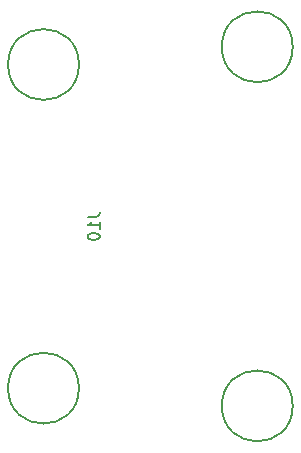
<source format=gbr>
G04 #@! TF.FileFunction,Legend,Bot*
%FSLAX46Y46*%
G04 Gerber Fmt 4.6, Leading zero omitted, Abs format (unit mm)*
G04 Created by KiCad (PCBNEW 4.0.7) date 03/01/18 23:30:02*
%MOMM*%
%LPD*%
G01*
G04 APERTURE LIST*
%ADD10C,0.100000*%
%ADD11C,0.150000*%
G04 APERTURE END LIST*
D10*
D11*
X90310000Y-63460000D02*
G75*
G03X90310000Y-63460000I-3000000J0D01*
G01*
X90310000Y-33060000D02*
G75*
G03X90310000Y-33060000I-3000000J0D01*
G01*
X72210000Y-61960000D02*
G75*
G03X72210000Y-61960000I-3000000J0D01*
G01*
X72210000Y-34560000D02*
G75*
G03X72210000Y-34560000I-3000000J0D01*
G01*
X72962381Y-47450477D02*
X73676667Y-47450477D01*
X73819524Y-47402857D01*
X73914762Y-47307619D01*
X73962381Y-47164762D01*
X73962381Y-47069524D01*
X73962381Y-48450477D02*
X73962381Y-47879048D01*
X73962381Y-48164762D02*
X72962381Y-48164762D01*
X73105238Y-48069524D01*
X73200476Y-47974286D01*
X73248095Y-47879048D01*
X72962381Y-49069524D02*
X72962381Y-49164763D01*
X73010000Y-49260001D01*
X73057619Y-49307620D01*
X73152857Y-49355239D01*
X73343333Y-49402858D01*
X73581429Y-49402858D01*
X73771905Y-49355239D01*
X73867143Y-49307620D01*
X73914762Y-49260001D01*
X73962381Y-49164763D01*
X73962381Y-49069524D01*
X73914762Y-48974286D01*
X73867143Y-48926667D01*
X73771905Y-48879048D01*
X73581429Y-48831429D01*
X73343333Y-48831429D01*
X73152857Y-48879048D01*
X73057619Y-48926667D01*
X73010000Y-48974286D01*
X72962381Y-49069524D01*
M02*

</source>
